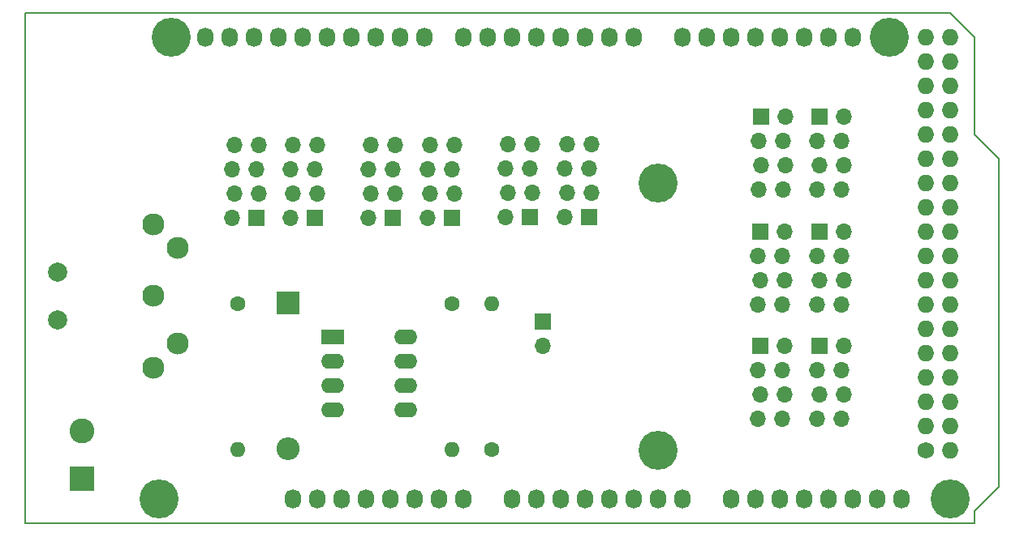
<source format=gbr>
G04 #@! TF.GenerationSoftware,KiCad,Pcbnew,(5.1.0)-1*
G04 #@! TF.CreationDate,2019-04-26T12:12:41-04:00*
G04 #@! TF.ProjectId,Pluralsight_Floppy,506c7572-616c-4736-9967-68745f466c6f,rev?*
G04 #@! TF.SameCoordinates,Original*
G04 #@! TF.FileFunction,Soldermask,Bot*
G04 #@! TF.FilePolarity,Negative*
%FSLAX46Y46*%
G04 Gerber Fmt 4.6, Leading zero omitted, Abs format (unit mm)*
G04 Created by KiCad (PCBNEW (5.1.0)-1) date 2019-04-26 12:12:41*
%MOMM*%
%LPD*%
G04 APERTURE LIST*
%ADD10C,0.150000*%
%ADD11C,1.727200*%
%ADD12O,1.727200X1.727200*%
%ADD13O,1.727200X2.032000*%
%ADD14C,4.064000*%
%ADD15R,2.400000X2.400000*%
%ADD16O,2.400000X2.400000*%
%ADD17C,2.300000*%
%ADD18C,2.000000*%
%ADD19R,1.700000X1.700000*%
%ADD20O,1.700000X1.700000*%
%ADD21R,2.600000X2.600000*%
%ADD22C,2.600000*%
%ADD23C,1.600000*%
%ADD24O,1.600000X1.600000*%
%ADD25R,2.400000X1.600000*%
%ADD26O,2.400000X1.600000*%
G04 APERTURE END LIST*
D10*
X202438000Y-121666000D02*
X103378000Y-121666000D01*
X202438000Y-120396000D02*
X202438000Y-121666000D01*
X204978000Y-117856000D02*
X202438000Y-120396000D01*
X204978000Y-83566000D02*
X204978000Y-117856000D01*
X202438000Y-81026000D02*
X204978000Y-83566000D01*
X202438000Y-70866000D02*
X202438000Y-81026000D01*
X199898000Y-68326000D02*
X202438000Y-70866000D01*
X103378000Y-68326000D02*
X199898000Y-68326000D01*
X103378000Y-121666000D02*
X103378000Y-68326000D01*
D11*
X197358000Y-114046000D03*
D12*
X199898000Y-114046000D03*
X197358000Y-111506000D03*
X199898000Y-111506000D03*
X197358000Y-108966000D03*
X199898000Y-108966000D03*
X197358000Y-106426000D03*
X199898000Y-106426000D03*
X197358000Y-103886000D03*
X199898000Y-103886000D03*
X197358000Y-101346000D03*
X199898000Y-101346000D03*
X197358000Y-98806000D03*
X199898000Y-98806000D03*
X197358000Y-96266000D03*
X199898000Y-96266000D03*
X197358000Y-93726000D03*
X199898000Y-93726000D03*
X197358000Y-91186000D03*
X199898000Y-91186000D03*
X197358000Y-88646000D03*
X199898000Y-88646000D03*
X197358000Y-86106000D03*
X199898000Y-86106000D03*
X197358000Y-83566000D03*
X199898000Y-83566000D03*
X197358000Y-81026000D03*
X199898000Y-81026000D03*
X197358000Y-78486000D03*
X199898000Y-78486000D03*
X197358000Y-75946000D03*
X199898000Y-75946000D03*
X197358000Y-73406000D03*
X199898000Y-73406000D03*
X197358000Y-70866000D03*
X199898000Y-70866000D03*
D13*
X131318000Y-119126000D03*
X133858000Y-119126000D03*
X136398000Y-119126000D03*
X138938000Y-119126000D03*
X141478000Y-119126000D03*
X144018000Y-119126000D03*
X146558000Y-119126000D03*
X149098000Y-119126000D03*
X154178000Y-119126000D03*
X156718000Y-119126000D03*
X159258000Y-119126000D03*
X161798000Y-119126000D03*
X164338000Y-119126000D03*
X166878000Y-119126000D03*
X169418000Y-119126000D03*
X171958000Y-119126000D03*
X177038000Y-119126000D03*
X179578000Y-119126000D03*
X182118000Y-119126000D03*
X184658000Y-119126000D03*
X187198000Y-119126000D03*
X189738000Y-119126000D03*
X192278000Y-119126000D03*
X194818000Y-119126000D03*
X122174000Y-70866000D03*
X124714000Y-70866000D03*
X127254000Y-70866000D03*
X129794000Y-70866000D03*
X132334000Y-70866000D03*
X134874000Y-70866000D03*
X137414000Y-70866000D03*
X139954000Y-70866000D03*
X142494000Y-70866000D03*
X145034000Y-70866000D03*
X149098000Y-70866000D03*
X151638000Y-70866000D03*
X154178000Y-70866000D03*
X156718000Y-70866000D03*
X159258000Y-70866000D03*
X161798000Y-70866000D03*
X164338000Y-70866000D03*
X166878000Y-70866000D03*
X171958000Y-70866000D03*
X174498000Y-70866000D03*
X177038000Y-70866000D03*
X179578000Y-70866000D03*
X182118000Y-70866000D03*
X184658000Y-70866000D03*
X187198000Y-70866000D03*
X189738000Y-70866000D03*
D14*
X117348000Y-119126000D03*
X169418000Y-114046000D03*
X199898000Y-119126000D03*
X118618000Y-70866000D03*
X169418000Y-86106000D03*
X193548000Y-70866000D03*
D15*
X130835400Y-98602800D03*
D16*
X130835400Y-113842800D03*
D17*
X119289200Y-92884600D03*
D18*
X106789200Y-100384600D03*
D17*
X116789200Y-90384600D03*
X116789200Y-97884600D03*
X116789200Y-105384600D03*
X119289200Y-102884600D03*
D18*
X106789200Y-95384600D03*
D19*
X127482600Y-89738200D03*
D20*
X124942600Y-89738200D03*
X127736600Y-87198200D03*
X125196600Y-87198200D03*
X127482600Y-84658200D03*
X124942600Y-84658200D03*
X127736600Y-82118200D03*
X125196600Y-82118200D03*
D19*
X141757400Y-89687400D03*
D20*
X139217400Y-89687400D03*
X142011400Y-87147400D03*
X139471400Y-87147400D03*
X141757400Y-84607400D03*
X139217400Y-84607400D03*
X142011400Y-82067400D03*
X139471400Y-82067400D03*
D19*
X156083000Y-89662000D03*
D20*
X153543000Y-89662000D03*
X156337000Y-87122000D03*
X153797000Y-87122000D03*
X156083000Y-84582000D03*
X153543000Y-84582000D03*
X156337000Y-82042000D03*
X153797000Y-82042000D03*
D19*
X180162200Y-79146400D03*
D20*
X182702200Y-79146400D03*
X179908200Y-81686400D03*
X182448200Y-81686400D03*
X180162200Y-84226400D03*
X182702200Y-84226400D03*
X179908200Y-86766400D03*
X182448200Y-86766400D03*
D19*
X180111400Y-91186000D03*
D20*
X182651400Y-91186000D03*
X179857400Y-93726000D03*
X182397400Y-93726000D03*
X180111400Y-96266000D03*
X182651400Y-96266000D03*
X179857400Y-98806000D03*
X182397400Y-98806000D03*
D19*
X180086000Y-103124000D03*
D20*
X182626000Y-103124000D03*
X179832000Y-105664000D03*
X182372000Y-105664000D03*
X180086000Y-108204000D03*
X182626000Y-108204000D03*
X179832000Y-110744000D03*
X182372000Y-110744000D03*
X131343400Y-82092800D03*
X133883400Y-82092800D03*
X131089400Y-84632800D03*
X133629400Y-84632800D03*
X131343400Y-87172800D03*
X133883400Y-87172800D03*
X131089400Y-89712800D03*
D19*
X133629400Y-89712800D03*
D20*
X145618200Y-82067400D03*
X148158200Y-82067400D03*
X145364200Y-84607400D03*
X147904200Y-84607400D03*
X145618200Y-87147400D03*
X148158200Y-87147400D03*
X145364200Y-89687400D03*
D19*
X147904200Y-89687400D03*
D20*
X159969200Y-82016600D03*
X162509200Y-82016600D03*
X159715200Y-84556600D03*
X162255200Y-84556600D03*
X159969200Y-87096600D03*
X162509200Y-87096600D03*
X159715200Y-89636600D03*
D19*
X162255200Y-89636600D03*
D20*
X188595000Y-86766400D03*
X186055000Y-86766400D03*
X188849000Y-84226400D03*
X186309000Y-84226400D03*
X188595000Y-81686400D03*
X186055000Y-81686400D03*
X188849000Y-79146400D03*
D19*
X186309000Y-79146400D03*
D20*
X188544200Y-98806000D03*
X186004200Y-98806000D03*
X188798200Y-96266000D03*
X186258200Y-96266000D03*
X188544200Y-93726000D03*
X186004200Y-93726000D03*
X188798200Y-91186000D03*
D19*
X186258200Y-91186000D03*
D20*
X188544200Y-110744000D03*
X186004200Y-110744000D03*
X188798200Y-108204000D03*
X186258200Y-108204000D03*
X188544200Y-105664000D03*
X186004200Y-105664000D03*
X188798200Y-103124000D03*
D19*
X186258200Y-103124000D03*
X157403800Y-100558600D03*
D20*
X157403800Y-103098600D03*
D21*
X109296200Y-116967000D03*
D22*
X109296200Y-111967000D03*
D23*
X125552200Y-98653600D03*
D24*
X125552200Y-113893600D03*
D23*
X147955000Y-98704400D03*
D24*
X147955000Y-113944400D03*
X152044400Y-98653600D03*
D23*
X152044400Y-113893600D03*
D25*
X135432800Y-102133400D03*
D26*
X143052800Y-109753400D03*
X135432800Y-104673400D03*
X143052800Y-107213400D03*
X135432800Y-107213400D03*
X143052800Y-104673400D03*
X135432800Y-109753400D03*
X143052800Y-102133400D03*
M02*

</source>
